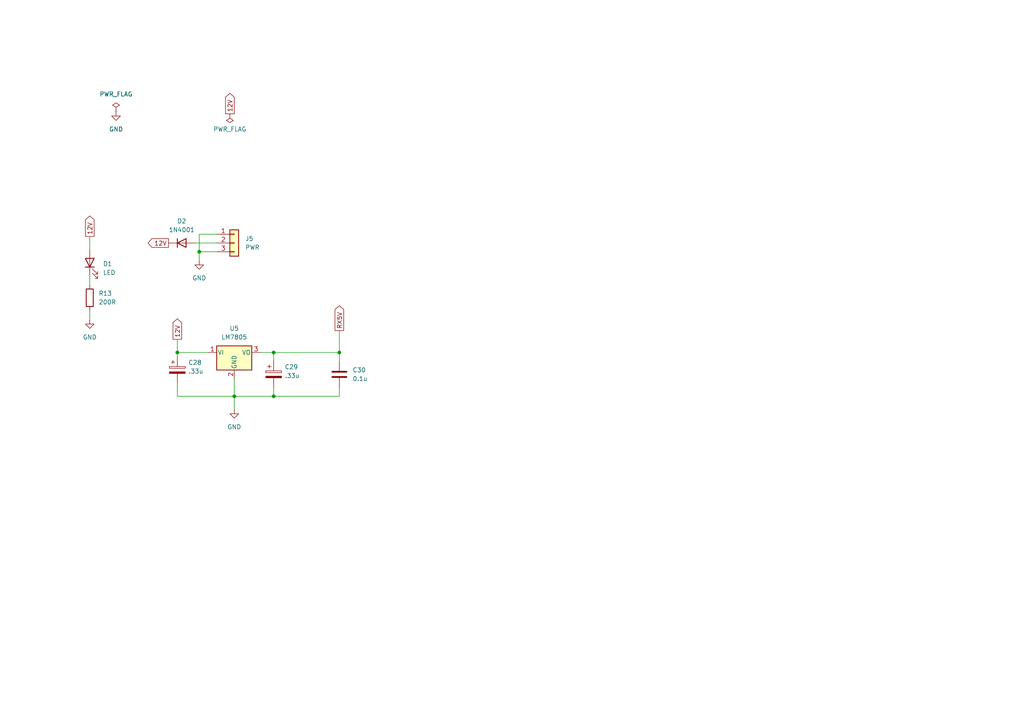
<source format=kicad_sch>
(kicad_sch (version 20211123) (generator eeschema)
  (paper "A4")
  (lib_symbols
    (symbol "Connector_Generic:Conn_01x03" (pin_names (offset 1.016) hide)
      (property "Reference" "J" (at 0 5.08 0))
      (property "Value" "Conn_01x03" (at 0 -5.08 0))
      (symbol "Conn_01x03_1_1"
        (rectangle (start -1.27 -2.413) (end 0 -2.667) (stroke (width 0.1524)))
        (rectangle (start -1.27 0.127) (end 0 -0.127) (stroke (width 0.1524)))
        (rectangle (start -1.27 2.667) (end 0 2.413) (stroke (width 0.1524)))
        (rectangle (start -1.27 3.81) (end 1.27 -3.81) (stroke (width 0.254)) (fill (type background)))
        (pin passive line (at -5.08 2.54 0) (length 3.81) (name "Pin_1") (number "1"))
        (pin passive line (at -5.08 0 0) (length 3.81) (name "Pin_2") (number "2"))
        (pin passive line (at -5.08 -2.54 0) (length 3.81) (name "Pin_3") (number "3"))
      )
    )
    (symbol "Device:C" (pin_numbers hide) (pin_names (offset 0.254))
      (property "Reference" "C" (at 0.635 2.54 0))
      (property "Value" "C" (at 0.635 -2.54 0))
      (symbol "C_0_1"
        (polyline (pts (xy -2.032 -0.762) (xy 2.032 -0.762)) (stroke (width 0.508)))
        (polyline (pts (xy -2.032 0.762) (xy 2.032 0.762)) (stroke (width 0.508)))
      )
      (symbol "C_1_1"
        (pin passive line (at 0 3.81 270) (length 2.794) (name "~") (number "1"))
        (pin passive line (at 0 -3.81 90) (length 2.794) (name "~") (number "2"))
      )
    )
    (symbol "Device:C_Polarized" (pin_numbers hide) (pin_names (offset 0.254))
      (property "Reference" "C" (at 0.635 2.54 0))
      (property "Value" "C_Polarized" (at 0.635 -2.54 0))
      (symbol "C_Polarized_0_1"
        (rectangle (start -2.286 0.508) (end 2.286 1.016))
        (polyline (pts (xy -1.778 2.286) (xy -0.762 2.286)))
        (polyline (pts (xy -1.27 2.794) (xy -1.27 1.778)))
        (rectangle (start 2.286 -0.508) (end -2.286 -1.016) (fill (type outline)))
      )
      (symbol "C_Polarized_1_1"
        (pin passive line (at 0 3.81 270) (length 2.794) (name "~") (number "1"))
        (pin passive line (at 0 -3.81 90) (length 2.794) (name "~") (number "2"))
      )
    )
    (symbol "Device:LED" (pin_numbers hide) (pin_names (offset 1.016) hide)
      (property "Reference" "D" (at 0 2.54 0))
      (property "Value" "LED" (at 0 -2.54 0))
      (symbol "LED_0_1"
        (polyline (pts (xy -1.27 -1.27) (xy -1.27 1.27)) (stroke (width 0.254)))
        (polyline (pts (xy -1.27 0) (xy 1.27 0)))
        (polyline (pts (xy 1.27 -1.27) (xy 1.27 1.27) (xy -1.27 0) (xy 1.27 -1.27)) (stroke (width 0.254)))
        (polyline (pts (xy -3.048 -0.762) (xy -4.572 -2.286) (xy -3.81 -2.286) (xy -4.572 -2.286) (xy -4.572 -1.524)))
        (polyline (pts (xy -1.778 -0.762) (xy -3.302 -2.286) (xy -2.54 -2.286) (xy -3.302 -2.286) (xy -3.302 -1.524)))
      )
      (symbol "LED_1_1"
        (pin passive line (at -3.81 0 0) (length 2.54) (name "K") (number "1"))
        (pin passive line (at 3.81 0 180) (length 2.54) (name "A") (number "2"))
      )
    )
    (symbol "Device:R" (pin_numbers hide) (pin_names (offset 0))
      (property "Reference" "R" (at 2.032 0 90))
      (property "Value" "R" (at 0 0 90))
      (symbol "R_0_1"
        (rectangle (start -1.016 -2.54) (end 1.016 2.54) (stroke (width 0.254)))
      )
      (symbol "R_1_1"
        (pin passive line (at 0 3.81 270) (length 1.27) (name "~") (number "1"))
        (pin passive line (at 0 -3.81 90) (length 1.27) (name "~") (number "2"))
      )
    )
    (symbol "Diode:1N4001" (pin_numbers hide) (pin_names (offset 1.016) hide)
      (property "Reference" "D" (at 0 2.54 0))
      (property "Value" "1N4001" (at 0 -2.54 0))
      (symbol "1N4001_0_1"
        (polyline (pts (xy -1.27 1.27) (xy -1.27 -1.27)) (stroke (width 0.254)))
        (polyline (pts (xy 1.27 0) (xy -1.27 0)))
        (polyline (pts (xy 1.27 1.27) (xy 1.27 -1.27) (xy -1.27 0) (xy 1.27 1.27)) (stroke (width 0.254)))
      )
      (symbol "1N4001_1_1"
        (pin passive line (at -3.81 0 0) (length 2.54) (name "K") (number "1"))
        (pin passive line (at 3.81 0 180) (length 2.54) (name "A") (number "2"))
      )
    )
    (symbol "Regulator_Linear:LM7805_TO220" (pin_names (offset 0.254))
      (property "Reference" "U" (at -3.81 3.175 0))
      (property "Value" "LM7805_TO220" (at 0 3.175 0))
      (symbol "LM7805_TO220_0_1"
        (rectangle (start -5.08 1.905) (end 5.08 -5.08) (stroke (width 0.254)) (fill (type background)))
      )
      (symbol "LM7805_TO220_1_1"
        (pin power_in line (at -7.62 0 0) (length 2.54) (name "VI") (number "1"))
        (pin power_in line (at 0 -7.62 90) (length 2.54) (name "GND") (number "2"))
        (pin power_out line (at 7.62 0 180) (length 2.54) (name "VO") (number "3"))
      )
    )
    (symbol "power:GND" (power) (pin_names (offset 0))
      (property "Value" "GND" (at 0 -3.81 0))
      (symbol "GND_0_1"
        (polyline (pts (xy 0 0) (xy 0 -1.27) (xy 1.27 -1.27) (xy 0 -2.54) (xy -1.27 -1.27) (xy 0 -1.27)))
      )
      (symbol "GND_1_1"
        (pin power_in line (at 0 0 270) (length 0) hide (name "GND") (number "1"))
      )
    )
    (symbol "power:PWR_FLAG" (power) (pin_numbers hide) (pin_names (offset 0) hide)
      (property "Value" "PWR_FLAG" (at 0 3.81 0))
      (symbol "PWR_FLAG_0_0"
        (pin power_out line (at 0 0 90) (length 0) (name "pwr") (number "1"))
      )
      (symbol "PWR_FLAG_0_1"
        (polyline (pts (xy 0 0) (xy 0 1.27) (xy -1.016 1.905) (xy 0 2.54) (xy 1.016 1.905) (xy 0 1.27)))
      )
    )
  )
  (junction (at 79.375 102.235))
  (junction (at 67.945 114.935))
  (junction (at 57.785 73.025))
  (junction (at 51.435 102.235))
  (junction (at 98.425 102.235))
  (junction (at 79.375 114.935))
  (wire (pts (xy 67.945 114.935) (xy 67.945 109.855)))
  (wire (pts (xy 62.865 67.945) (xy 57.785 67.945)))
  (wire (pts (xy 67.945 114.935) (xy 51.435 114.935)))
  (wire (pts (xy 56.515 70.485) (xy 62.865 70.485)))
  (wire (pts (xy 51.435 102.235) (xy 51.435 103.505)))
  (wire (pts (xy 98.425 114.935) (xy 79.375 114.935)))
  (wire (pts (xy 98.425 95.885) (xy 98.425 102.235)))
  (wire (pts (xy 26.035 80.01) (xy 26.035 82.55)))
  (wire (pts (xy 79.375 102.235) (xy 79.375 104.775)))
  (wire (pts (xy 26.035 68.58) (xy 26.035 72.39)))
  (wire (pts (xy 79.375 114.935) (xy 67.945 114.935)))
  (wire (pts (xy 60.325 102.235) (xy 51.435 102.235)))
  (wire (pts (xy 51.435 111.125) (xy 51.435 114.935)))
  (wire (pts (xy 98.425 112.395) (xy 98.425 114.935)))
  (wire (pts (xy 51.435 98.425) (xy 51.435 102.235)))
  (wire (pts (xy 79.375 112.395) (xy 79.375 114.935)))
  (wire (pts (xy 26.035 90.17) (xy 26.035 92.71)))
  (wire (pts (xy 57.785 67.945) (xy 57.785 73.025)))
  (wire (pts (xy 98.425 102.235) (xy 98.425 104.775)))
  (wire (pts (xy 79.375 102.235) (xy 98.425 102.235)))
  (wire (pts (xy 57.785 73.025) (xy 62.865 73.025)))
  (wire (pts (xy 75.565 102.235) (xy 79.375 102.235)))
  (wire (pts (xy 67.945 114.935) (xy 67.945 118.745)))
  (wire (pts (xy 57.785 73.025) (xy 57.785 75.565)))
  (global_label "12V" (shape output) (at 48.895 70.485 180) (property "Intersheet References" "${INTERSHEET_REFS}" (effects hide)))
  (global_label "12V" (shape output) (at 26.035 68.58 90) (property "Intersheet References" "${INTERSHEET_REFS}" (effects hide)))
  (global_label "12V" (shape output) (at 66.675 33.02 90) (property "Intersheet References" "${INTERSHEET_REFS}" (effects hide)))
  (global_label "12V" (shape output) (at 51.435 98.425 90) (property "Intersheet References" "${INTERSHEET_REFS}" (effects hide)))
  (global_label "RX5V" (shape output) (at 98.425 95.885 90) (property "Intersheet References" "${INTERSHEET_REFS}" (effects hide)))
  (symbol (lib_id "Device:LED") (at 26.035 76.2 90) (unit 1)
    (property "Reference" "D1" (at 29.845 76.5174 90) (effects (justify right)))
    (property "Value" "LED" (at 29.845 79.0574 90) (effects (justify right)))
    (property "Footprint" "LED_THT:LED_D3.0mm" (effects hide))
  )
  (symbol (lib_id "power:PWR_FLAG") (at 33.655 32.385 0) (unit 1)
    (property "Reference" "#FLG03" (effects hide))
    (property "Value" "PWR_FLAG" (at 33.655 27.305 0))
  )
  (symbol (lib_id "power:GND") (at 57.785 75.565 0) (unit 1)
    (property "Reference" "#PWR024" (effects hide))
    (property "Value" "GND" (at 57.785 80.645 0))
  )
  (symbol (lib_id "Device:C_Polarized") (at 51.435 107.315 0) (unit 1)
    (property "Reference" "C28" (at 54.61 105.1559 0) (effects (justify left)))
    (property "Value" ".33u" (at 54.61 107.6959 0) (effects (justify left)))
    (property "Footprint" "Capacitor_THT:CP_Radial_D8.0mm_P2.50mm" (effects hide))
  )
  (symbol (lib_id "power:GND") (at 33.655 32.385 0) (unit 1)
    (property "Reference" "#PWR023" (effects hide))
    (property "Value" "GND" (at 33.655 37.465 0))
  )
  (symbol (lib_id "Device:C_Polarized") (at 79.375 108.585 0) (unit 1)
    (property "Reference" "C29" (at 82.55 106.4259 0) (effects (justify left)))
    (property "Value" ".33u" (at 82.55 108.9659 0) (effects (justify left)))
    (property "Footprint" "Capacitor_THT:CP_Radial_D8.0mm_P2.50mm" (effects hide))
  )
  (symbol (lib_id "Device:R") (at 26.035 86.36 0) (unit 1)
    (property "Reference" "R13" (at 28.575 85.0899 0) (effects (justify left)))
    (property "Value" "200R" (at 28.575 87.6299 0) (effects (justify left)))
    (property "Footprint" "Resistor_SMD:R_1206_3216Metric" (effects hide))
  )
  (symbol (lib_id "power:PWR_FLAG") (at 66.675 33.02 180) (unit 1)
    (property "Reference" "#FLG04" (effects hide))
    (property "Value" "PWR_FLAG" (at 66.675 37.465 0))
  )
  (symbol (lib_id "Regulator_Linear:LM7805_TO220") (at 67.945 102.235 0) (unit 1)
    (property "Reference" "U5" (at 67.945 95.25 0))
    (property "Value" "LM7805" (at 67.945 97.79 0))
    (property "Footprint" "Package_TO_SOT_THT:TO-220-3_Vertical" (effects hide))
    (property "Datasheet" "https://www.onsemi.cn/PowerSolutions/document/MC7800-D.PDF" (effects hide))
  )
  (symbol (lib_id "Connector_Generic:Conn_01x03") (at 67.945 70.485 0) (unit 1)
    (property "Reference" "J5" (at 71.12 69.2149 0) (effects (justify left)))
    (property "Value" "PWR" (at 71.12 71.7549 0) (effects (justify left)))
    (property "Footprint" "Connector_PinHeader_2.54mm:PinHeader_1x03_P2.54mm_Vertical" (effects hide))
  )
  (symbol (lib_id "power:GND") (at 67.945 118.745 0) (unit 1)
    (property "Reference" "#PWR025" (effects hide))
    (property "Value" "GND" (at 67.945 123.825 0))
  )
  (symbol (lib_id "power:GND") (at 26.035 92.71 0) (unit 1)
    (property "Reference" "#PWR022" (effects hide))
    (property "Value" "GND" (at 26.035 97.79 0))
  )
  (symbol (lib_id "Device:C") (at 98.425 108.585 0) (unit 1)
    (property "Reference" "C30" (at 102.235 107.3149 0) (effects (justify left)))
    (property "Value" "0.1u" (at 102.235 109.8549 0) (effects (justify left)))
    (property "Footprint" "Capacitor_SMD:C_1206_3216Metric" (effects hide))
  )
  (symbol (lib_id "Diode:1N4001") (at 52.705 70.485 0) (unit 1)
    (property "Reference" "D2" (at 52.705 64.135 0))
    (property "Value" "1N4001" (at 52.705 66.675 0))
    (property "Footprint" "Diode_THT:D_DO-41_SOD81_P10.16mm_Horizontal" (effects hide))
    (property "Datasheet" "http://www.vishay.com/docs/88503/1n4001.pdf" (effects hide))
  )
)
</source>
